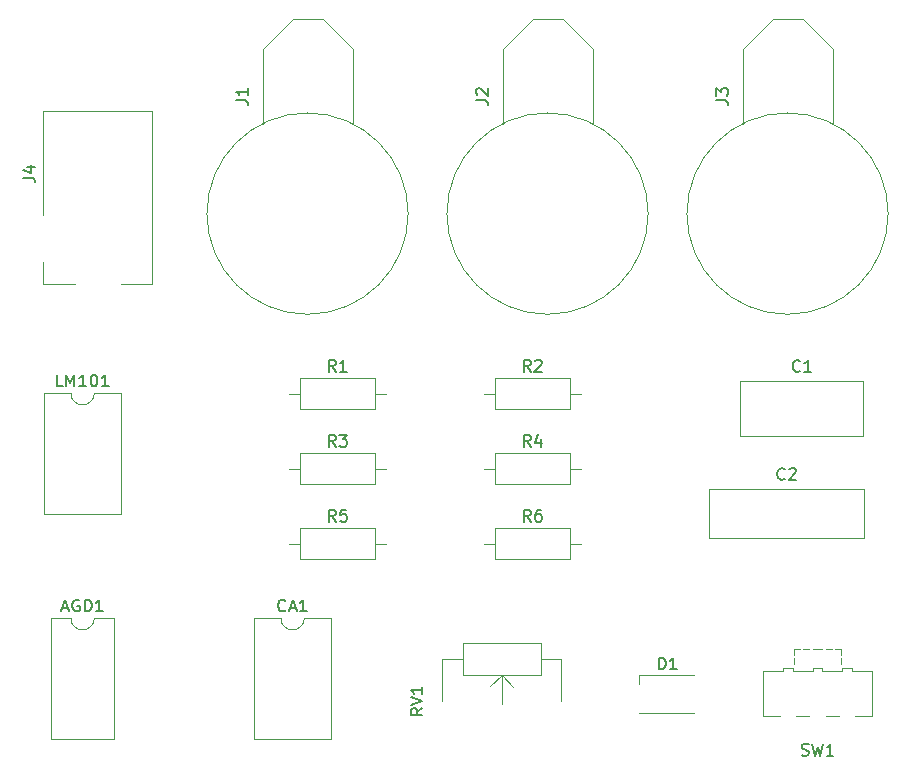
<source format=gbr>
G04 #@! TF.FileFunction,Legend,Top*
%FSLAX46Y46*%
G04 Gerber Fmt 4.6, Leading zero omitted, Abs format (unit mm)*
G04 Created by KiCad (PCBNEW 4.0.7) date 01/14/20 09:17:38*
%MOMM*%
%LPD*%
G01*
G04 APERTURE LIST*
%ADD10C,0.100000*%
%ADD11C,0.120000*%
%ADD12C,0.150000*%
G04 APERTURE END LIST*
D10*
D11*
X126730000Y-111700000D02*
G75*
G02X124730000Y-111700000I-1000000J0D01*
G01*
X124730000Y-111700000D02*
X123080000Y-111700000D01*
X123080000Y-111700000D02*
X123080000Y-121980000D01*
X123080000Y-121980000D02*
X128380000Y-121980000D01*
X128380000Y-121980000D02*
X128380000Y-111700000D01*
X128380000Y-111700000D02*
X126730000Y-111700000D01*
X181420000Y-91670000D02*
X191840000Y-91670000D01*
X181420000Y-96290000D02*
X191840000Y-96290000D01*
X181420000Y-91670000D02*
X181420000Y-96290000D01*
X191840000Y-91670000D02*
X191840000Y-96290000D01*
X178780000Y-100810000D02*
X191900000Y-100810000D01*
X178780000Y-104930000D02*
X191900000Y-104930000D01*
X178780000Y-100810000D02*
X178780000Y-104930000D01*
X191900000Y-100810000D02*
X191900000Y-104930000D01*
X144510000Y-111700000D02*
G75*
G02X142510000Y-111700000I-1000000J0D01*
G01*
X142510000Y-111700000D02*
X140275000Y-111700000D01*
X140275000Y-111700000D02*
X140275000Y-121980000D01*
X140275000Y-121980000D02*
X146745000Y-121980000D01*
X146745000Y-121980000D02*
X146745000Y-111700000D01*
X146745000Y-111700000D02*
X144510000Y-111700000D01*
X177510000Y-119710000D02*
X172860000Y-119710000D01*
X177510000Y-116510000D02*
X172860000Y-116510000D01*
X172860000Y-116510000D02*
X172860000Y-117310000D01*
X148590000Y-69850000D02*
X148590000Y-63500000D01*
X148590000Y-63500000D02*
X146050000Y-60960000D01*
X146050000Y-60960000D02*
X143510000Y-60960000D01*
X143510000Y-60960000D02*
X140970000Y-63500000D01*
X140970000Y-63500000D02*
X140970000Y-69850000D01*
X153299419Y-77470000D02*
G75*
G03X153299419Y-77470000I-8519419J0D01*
G01*
X168910000Y-69850000D02*
X168910000Y-63500000D01*
X168910000Y-63500000D02*
X166370000Y-60960000D01*
X166370000Y-60960000D02*
X163830000Y-60960000D01*
X163830000Y-60960000D02*
X161290000Y-63500000D01*
X161290000Y-63500000D02*
X161290000Y-69850000D01*
X173619419Y-77470000D02*
G75*
G03X173619419Y-77470000I-8519419J0D01*
G01*
X189230000Y-69850000D02*
X189230000Y-63500000D01*
X189230000Y-63500000D02*
X186690000Y-60960000D01*
X186690000Y-60960000D02*
X184150000Y-60960000D01*
X184150000Y-60960000D02*
X181610000Y-63500000D01*
X181610000Y-63500000D02*
X181610000Y-69850000D01*
X193939419Y-77470000D02*
G75*
G03X193939419Y-77470000I-8519419J0D01*
G01*
X122400000Y-77550000D02*
X122400000Y-68750000D01*
X122400000Y-68750000D02*
X131600000Y-68750000D01*
X125100000Y-83450000D02*
X122400000Y-83450000D01*
X122400000Y-83450000D02*
X122400000Y-81550000D01*
X131600000Y-68750000D02*
X131600000Y-83450000D01*
X131600000Y-83450000D02*
X129000000Y-83450000D01*
X126730000Y-92650000D02*
G75*
G02X124730000Y-92650000I-1000000J0D01*
G01*
X124730000Y-92650000D02*
X122495000Y-92650000D01*
X122495000Y-92650000D02*
X122495000Y-102930000D01*
X122495000Y-102930000D02*
X128965000Y-102930000D01*
X128965000Y-102930000D02*
X128965000Y-92650000D01*
X128965000Y-92650000D02*
X126730000Y-92650000D01*
X144110000Y-91400000D02*
X144110000Y-94020000D01*
X144110000Y-94020000D02*
X150530000Y-94020000D01*
X150530000Y-94020000D02*
X150530000Y-91400000D01*
X150530000Y-91400000D02*
X144110000Y-91400000D01*
X143220000Y-92710000D02*
X144110000Y-92710000D01*
X151420000Y-92710000D02*
X150530000Y-92710000D01*
X160620000Y-91400000D02*
X160620000Y-94020000D01*
X160620000Y-94020000D02*
X167040000Y-94020000D01*
X167040000Y-94020000D02*
X167040000Y-91400000D01*
X167040000Y-91400000D02*
X160620000Y-91400000D01*
X159730000Y-92710000D02*
X160620000Y-92710000D01*
X167930000Y-92710000D02*
X167040000Y-92710000D01*
X144110000Y-97750000D02*
X144110000Y-100370000D01*
X144110000Y-100370000D02*
X150530000Y-100370000D01*
X150530000Y-100370000D02*
X150530000Y-97750000D01*
X150530000Y-97750000D02*
X144110000Y-97750000D01*
X143220000Y-99060000D02*
X144110000Y-99060000D01*
X151420000Y-99060000D02*
X150530000Y-99060000D01*
X160620000Y-97750000D02*
X160620000Y-100370000D01*
X160620000Y-100370000D02*
X167040000Y-100370000D01*
X167040000Y-100370000D02*
X167040000Y-97750000D01*
X167040000Y-97750000D02*
X160620000Y-97750000D01*
X159730000Y-99060000D02*
X160620000Y-99060000D01*
X167930000Y-99060000D02*
X167040000Y-99060000D01*
X144110000Y-104100000D02*
X144110000Y-106720000D01*
X144110000Y-106720000D02*
X150530000Y-106720000D01*
X150530000Y-106720000D02*
X150530000Y-104100000D01*
X150530000Y-104100000D02*
X144110000Y-104100000D01*
X143220000Y-105410000D02*
X144110000Y-105410000D01*
X151420000Y-105410000D02*
X150530000Y-105410000D01*
X160620000Y-104100000D02*
X160620000Y-106720000D01*
X160620000Y-106720000D02*
X167040000Y-106720000D01*
X167040000Y-106720000D02*
X167040000Y-104100000D01*
X167040000Y-104100000D02*
X160620000Y-104100000D01*
X159730000Y-105410000D02*
X160620000Y-105410000D01*
X167930000Y-105410000D02*
X167040000Y-105410000D01*
X161210000Y-116600000D02*
X161210000Y-118950000D01*
X166260000Y-115150000D02*
X166260000Y-118700000D01*
X164510000Y-115150000D02*
X166260000Y-115150000D01*
X157910000Y-115150000D02*
X156160000Y-115150000D01*
X156160000Y-115150000D02*
X156160000Y-118750000D01*
X161210000Y-116550000D02*
X162160000Y-117550000D01*
X161260000Y-116550000D02*
X160260000Y-117500000D01*
X157910000Y-116550000D02*
X157910000Y-113850000D01*
X157910000Y-113850000D02*
X164510000Y-113850000D01*
X164510000Y-113850000D02*
X164510000Y-116550000D01*
X164510000Y-116550000D02*
X157910000Y-116550000D01*
X184760000Y-120010000D02*
X183360000Y-120010000D01*
X183360000Y-120010000D02*
X183360000Y-116210000D01*
X192560000Y-116210000D02*
X192560000Y-120010000D01*
X192560000Y-120010000D02*
X191160000Y-120010000D01*
X186160000Y-120010000D02*
X187260000Y-120010000D01*
X187260000Y-120010000D02*
X187260000Y-120010000D01*
X188660000Y-120010000D02*
X189760000Y-120010000D01*
X189760000Y-120010000D02*
X189760000Y-120010000D01*
X183360000Y-116210000D02*
X185060000Y-116210000D01*
X185060000Y-116210000D02*
X185060000Y-115910000D01*
X185060000Y-115910000D02*
X185860000Y-115910000D01*
X185860000Y-115910000D02*
X185860000Y-116210000D01*
X185860000Y-116210000D02*
X187560000Y-116210000D01*
X187560000Y-116210000D02*
X187560000Y-115910000D01*
X187560000Y-115910000D02*
X188360000Y-115910000D01*
X188360000Y-115910000D02*
X188360000Y-116210000D01*
X188360000Y-116210000D02*
X190060000Y-116210000D01*
X190060000Y-116210000D02*
X190060000Y-115910000D01*
X190060000Y-115910000D02*
X190860000Y-115910000D01*
X190860000Y-115910000D02*
X190860000Y-116210000D01*
X190860000Y-116210000D02*
X192560000Y-116210000D01*
X192560000Y-116210000D02*
X192560000Y-116210000D01*
X189960000Y-114310000D02*
X189960000Y-114810000D01*
X189960000Y-114810000D02*
X189960000Y-114810000D01*
X189960000Y-114310000D02*
X189460000Y-114310000D01*
X189460000Y-114310000D02*
X189460000Y-114310000D01*
X185960000Y-114310000D02*
X186460000Y-114310000D01*
X186460000Y-114310000D02*
X186460000Y-114310000D01*
X185960000Y-114310000D02*
X185960000Y-114810000D01*
X185960000Y-114810000D02*
X185960000Y-114810000D01*
X185960000Y-115110000D02*
X185960000Y-115610000D01*
X185960000Y-115610000D02*
X185960000Y-115610000D01*
X189960000Y-115110000D02*
X189960000Y-115610000D01*
X189960000Y-115610000D02*
X189960000Y-115610000D01*
X189160000Y-114310000D02*
X188660000Y-114310000D01*
X188660000Y-114310000D02*
X188660000Y-114310000D01*
X186760000Y-114310000D02*
X187260000Y-114310000D01*
X187260000Y-114310000D02*
X187260000Y-114310000D01*
X187560000Y-114310000D02*
X188360000Y-114310000D01*
X188360000Y-114310000D02*
X188360000Y-114310000D01*
D12*
X124015714Y-110866667D02*
X124491905Y-110866667D01*
X123920476Y-111152381D02*
X124253809Y-110152381D01*
X124587143Y-111152381D01*
X125444286Y-110200000D02*
X125349048Y-110152381D01*
X125206191Y-110152381D01*
X125063333Y-110200000D01*
X124968095Y-110295238D01*
X124920476Y-110390476D01*
X124872857Y-110580952D01*
X124872857Y-110723810D01*
X124920476Y-110914286D01*
X124968095Y-111009524D01*
X125063333Y-111104762D01*
X125206191Y-111152381D01*
X125301429Y-111152381D01*
X125444286Y-111104762D01*
X125491905Y-111057143D01*
X125491905Y-110723810D01*
X125301429Y-110723810D01*
X125920476Y-111152381D02*
X125920476Y-110152381D01*
X126158571Y-110152381D01*
X126301429Y-110200000D01*
X126396667Y-110295238D01*
X126444286Y-110390476D01*
X126491905Y-110580952D01*
X126491905Y-110723810D01*
X126444286Y-110914286D01*
X126396667Y-111009524D01*
X126301429Y-111104762D01*
X126158571Y-111152381D01*
X125920476Y-111152381D01*
X127444286Y-111152381D02*
X126872857Y-111152381D01*
X127158571Y-111152381D02*
X127158571Y-110152381D01*
X127063333Y-110295238D01*
X126968095Y-110390476D01*
X126872857Y-110438095D01*
X186463334Y-90777143D02*
X186415715Y-90824762D01*
X186272858Y-90872381D01*
X186177620Y-90872381D01*
X186034762Y-90824762D01*
X185939524Y-90729524D01*
X185891905Y-90634286D01*
X185844286Y-90443810D01*
X185844286Y-90300952D01*
X185891905Y-90110476D01*
X185939524Y-90015238D01*
X186034762Y-89920000D01*
X186177620Y-89872381D01*
X186272858Y-89872381D01*
X186415715Y-89920000D01*
X186463334Y-89967619D01*
X187415715Y-90872381D02*
X186844286Y-90872381D01*
X187130000Y-90872381D02*
X187130000Y-89872381D01*
X187034762Y-90015238D01*
X186939524Y-90110476D01*
X186844286Y-90158095D01*
X185173334Y-99917143D02*
X185125715Y-99964762D01*
X184982858Y-100012381D01*
X184887620Y-100012381D01*
X184744762Y-99964762D01*
X184649524Y-99869524D01*
X184601905Y-99774286D01*
X184554286Y-99583810D01*
X184554286Y-99440952D01*
X184601905Y-99250476D01*
X184649524Y-99155238D01*
X184744762Y-99060000D01*
X184887620Y-99012381D01*
X184982858Y-99012381D01*
X185125715Y-99060000D01*
X185173334Y-99107619D01*
X185554286Y-99107619D02*
X185601905Y-99060000D01*
X185697143Y-99012381D01*
X185935239Y-99012381D01*
X186030477Y-99060000D01*
X186078096Y-99107619D01*
X186125715Y-99202857D01*
X186125715Y-99298095D01*
X186078096Y-99440952D01*
X185506667Y-100012381D01*
X186125715Y-100012381D01*
X142914762Y-111057143D02*
X142867143Y-111104762D01*
X142724286Y-111152381D01*
X142629048Y-111152381D01*
X142486190Y-111104762D01*
X142390952Y-111009524D01*
X142343333Y-110914286D01*
X142295714Y-110723810D01*
X142295714Y-110580952D01*
X142343333Y-110390476D01*
X142390952Y-110295238D01*
X142486190Y-110200000D01*
X142629048Y-110152381D01*
X142724286Y-110152381D01*
X142867143Y-110200000D01*
X142914762Y-110247619D01*
X143295714Y-110866667D02*
X143771905Y-110866667D01*
X143200476Y-111152381D02*
X143533809Y-110152381D01*
X143867143Y-111152381D01*
X144724286Y-111152381D02*
X144152857Y-111152381D01*
X144438571Y-111152381D02*
X144438571Y-110152381D01*
X144343333Y-110295238D01*
X144248095Y-110390476D01*
X144152857Y-110438095D01*
X174521905Y-116062381D02*
X174521905Y-115062381D01*
X174760000Y-115062381D01*
X174902858Y-115110000D01*
X174998096Y-115205238D01*
X175045715Y-115300476D01*
X175093334Y-115490952D01*
X175093334Y-115633810D01*
X175045715Y-115824286D01*
X174998096Y-115919524D01*
X174902858Y-116014762D01*
X174760000Y-116062381D01*
X174521905Y-116062381D01*
X176045715Y-116062381D02*
X175474286Y-116062381D01*
X175760000Y-116062381D02*
X175760000Y-115062381D01*
X175664762Y-115205238D01*
X175569524Y-115300476D01*
X175474286Y-115348095D01*
X138732381Y-67853333D02*
X139446667Y-67853333D01*
X139589524Y-67900953D01*
X139684762Y-67996191D01*
X139732381Y-68139048D01*
X139732381Y-68234286D01*
X139732381Y-66853333D02*
X139732381Y-67424762D01*
X139732381Y-67139048D02*
X138732381Y-67139048D01*
X138875238Y-67234286D01*
X138970476Y-67329524D01*
X139018095Y-67424762D01*
X159052381Y-67853333D02*
X159766667Y-67853333D01*
X159909524Y-67900953D01*
X160004762Y-67996191D01*
X160052381Y-68139048D01*
X160052381Y-68234286D01*
X159147619Y-67424762D02*
X159100000Y-67377143D01*
X159052381Y-67281905D01*
X159052381Y-67043809D01*
X159100000Y-66948571D01*
X159147619Y-66900952D01*
X159242857Y-66853333D01*
X159338095Y-66853333D01*
X159480952Y-66900952D01*
X160052381Y-67472381D01*
X160052381Y-66853333D01*
X179372381Y-67853333D02*
X180086667Y-67853333D01*
X180229524Y-67900953D01*
X180324762Y-67996191D01*
X180372381Y-68139048D01*
X180372381Y-68234286D01*
X179372381Y-67472381D02*
X179372381Y-66853333D01*
X179753333Y-67186667D01*
X179753333Y-67043809D01*
X179800952Y-66948571D01*
X179848571Y-66900952D01*
X179943810Y-66853333D01*
X180181905Y-66853333D01*
X180277143Y-66900952D01*
X180324762Y-66948571D01*
X180372381Y-67043809D01*
X180372381Y-67329524D01*
X180324762Y-67424762D01*
X180277143Y-67472381D01*
X120702381Y-74433333D02*
X121416667Y-74433333D01*
X121559524Y-74480953D01*
X121654762Y-74576191D01*
X121702381Y-74719048D01*
X121702381Y-74814286D01*
X121035714Y-73528571D02*
X121702381Y-73528571D01*
X120654762Y-73766667D02*
X121369048Y-74004762D01*
X121369048Y-73385714D01*
X124039524Y-92102381D02*
X123563333Y-92102381D01*
X123563333Y-91102381D01*
X124372857Y-92102381D02*
X124372857Y-91102381D01*
X124706191Y-91816667D01*
X125039524Y-91102381D01*
X125039524Y-92102381D01*
X126039524Y-92102381D02*
X125468095Y-92102381D01*
X125753809Y-92102381D02*
X125753809Y-91102381D01*
X125658571Y-91245238D01*
X125563333Y-91340476D01*
X125468095Y-91388095D01*
X126658571Y-91102381D02*
X126753810Y-91102381D01*
X126849048Y-91150000D01*
X126896667Y-91197619D01*
X126944286Y-91292857D01*
X126991905Y-91483333D01*
X126991905Y-91721429D01*
X126944286Y-91911905D01*
X126896667Y-92007143D01*
X126849048Y-92054762D01*
X126753810Y-92102381D01*
X126658571Y-92102381D01*
X126563333Y-92054762D01*
X126515714Y-92007143D01*
X126468095Y-91911905D01*
X126420476Y-91721429D01*
X126420476Y-91483333D01*
X126468095Y-91292857D01*
X126515714Y-91197619D01*
X126563333Y-91150000D01*
X126658571Y-91102381D01*
X127944286Y-92102381D02*
X127372857Y-92102381D01*
X127658571Y-92102381D02*
X127658571Y-91102381D01*
X127563333Y-91245238D01*
X127468095Y-91340476D01*
X127372857Y-91388095D01*
X147153334Y-90852381D02*
X146820000Y-90376190D01*
X146581905Y-90852381D02*
X146581905Y-89852381D01*
X146962858Y-89852381D01*
X147058096Y-89900000D01*
X147105715Y-89947619D01*
X147153334Y-90042857D01*
X147153334Y-90185714D01*
X147105715Y-90280952D01*
X147058096Y-90328571D01*
X146962858Y-90376190D01*
X146581905Y-90376190D01*
X148105715Y-90852381D02*
X147534286Y-90852381D01*
X147820000Y-90852381D02*
X147820000Y-89852381D01*
X147724762Y-89995238D01*
X147629524Y-90090476D01*
X147534286Y-90138095D01*
X163663334Y-90852381D02*
X163330000Y-90376190D01*
X163091905Y-90852381D02*
X163091905Y-89852381D01*
X163472858Y-89852381D01*
X163568096Y-89900000D01*
X163615715Y-89947619D01*
X163663334Y-90042857D01*
X163663334Y-90185714D01*
X163615715Y-90280952D01*
X163568096Y-90328571D01*
X163472858Y-90376190D01*
X163091905Y-90376190D01*
X164044286Y-89947619D02*
X164091905Y-89900000D01*
X164187143Y-89852381D01*
X164425239Y-89852381D01*
X164520477Y-89900000D01*
X164568096Y-89947619D01*
X164615715Y-90042857D01*
X164615715Y-90138095D01*
X164568096Y-90280952D01*
X163996667Y-90852381D01*
X164615715Y-90852381D01*
X147153334Y-97202381D02*
X146820000Y-96726190D01*
X146581905Y-97202381D02*
X146581905Y-96202381D01*
X146962858Y-96202381D01*
X147058096Y-96250000D01*
X147105715Y-96297619D01*
X147153334Y-96392857D01*
X147153334Y-96535714D01*
X147105715Y-96630952D01*
X147058096Y-96678571D01*
X146962858Y-96726190D01*
X146581905Y-96726190D01*
X147486667Y-96202381D02*
X148105715Y-96202381D01*
X147772381Y-96583333D01*
X147915239Y-96583333D01*
X148010477Y-96630952D01*
X148058096Y-96678571D01*
X148105715Y-96773810D01*
X148105715Y-97011905D01*
X148058096Y-97107143D01*
X148010477Y-97154762D01*
X147915239Y-97202381D01*
X147629524Y-97202381D01*
X147534286Y-97154762D01*
X147486667Y-97107143D01*
X163663334Y-97202381D02*
X163330000Y-96726190D01*
X163091905Y-97202381D02*
X163091905Y-96202381D01*
X163472858Y-96202381D01*
X163568096Y-96250000D01*
X163615715Y-96297619D01*
X163663334Y-96392857D01*
X163663334Y-96535714D01*
X163615715Y-96630952D01*
X163568096Y-96678571D01*
X163472858Y-96726190D01*
X163091905Y-96726190D01*
X164520477Y-96535714D02*
X164520477Y-97202381D01*
X164282381Y-96154762D02*
X164044286Y-96869048D01*
X164663334Y-96869048D01*
X147153334Y-103552381D02*
X146820000Y-103076190D01*
X146581905Y-103552381D02*
X146581905Y-102552381D01*
X146962858Y-102552381D01*
X147058096Y-102600000D01*
X147105715Y-102647619D01*
X147153334Y-102742857D01*
X147153334Y-102885714D01*
X147105715Y-102980952D01*
X147058096Y-103028571D01*
X146962858Y-103076190D01*
X146581905Y-103076190D01*
X148058096Y-102552381D02*
X147581905Y-102552381D01*
X147534286Y-103028571D01*
X147581905Y-102980952D01*
X147677143Y-102933333D01*
X147915239Y-102933333D01*
X148010477Y-102980952D01*
X148058096Y-103028571D01*
X148105715Y-103123810D01*
X148105715Y-103361905D01*
X148058096Y-103457143D01*
X148010477Y-103504762D01*
X147915239Y-103552381D01*
X147677143Y-103552381D01*
X147581905Y-103504762D01*
X147534286Y-103457143D01*
X163663334Y-103552381D02*
X163330000Y-103076190D01*
X163091905Y-103552381D02*
X163091905Y-102552381D01*
X163472858Y-102552381D01*
X163568096Y-102600000D01*
X163615715Y-102647619D01*
X163663334Y-102742857D01*
X163663334Y-102885714D01*
X163615715Y-102980952D01*
X163568096Y-103028571D01*
X163472858Y-103076190D01*
X163091905Y-103076190D01*
X164520477Y-102552381D02*
X164330000Y-102552381D01*
X164234762Y-102600000D01*
X164187143Y-102647619D01*
X164091905Y-102790476D01*
X164044286Y-102980952D01*
X164044286Y-103361905D01*
X164091905Y-103457143D01*
X164139524Y-103504762D01*
X164234762Y-103552381D01*
X164425239Y-103552381D01*
X164520477Y-103504762D01*
X164568096Y-103457143D01*
X164615715Y-103361905D01*
X164615715Y-103123810D01*
X164568096Y-103028571D01*
X164520477Y-102980952D01*
X164425239Y-102933333D01*
X164234762Y-102933333D01*
X164139524Y-102980952D01*
X164091905Y-103028571D01*
X164044286Y-103123810D01*
X154512381Y-119345238D02*
X154036190Y-119678572D01*
X154512381Y-119916667D02*
X153512381Y-119916667D01*
X153512381Y-119535714D01*
X153560000Y-119440476D01*
X153607619Y-119392857D01*
X153702857Y-119345238D01*
X153845714Y-119345238D01*
X153940952Y-119392857D01*
X153988571Y-119440476D01*
X154036190Y-119535714D01*
X154036190Y-119916667D01*
X153512381Y-119059524D02*
X154512381Y-118726191D01*
X153512381Y-118392857D01*
X154512381Y-117535714D02*
X154512381Y-118107143D01*
X154512381Y-117821429D02*
X153512381Y-117821429D01*
X153655238Y-117916667D01*
X153750476Y-118011905D01*
X153798095Y-118107143D01*
X186626667Y-123314762D02*
X186769524Y-123362381D01*
X187007620Y-123362381D01*
X187102858Y-123314762D01*
X187150477Y-123267143D01*
X187198096Y-123171905D01*
X187198096Y-123076667D01*
X187150477Y-122981429D01*
X187102858Y-122933810D01*
X187007620Y-122886190D01*
X186817143Y-122838571D01*
X186721905Y-122790952D01*
X186674286Y-122743333D01*
X186626667Y-122648095D01*
X186626667Y-122552857D01*
X186674286Y-122457619D01*
X186721905Y-122410000D01*
X186817143Y-122362381D01*
X187055239Y-122362381D01*
X187198096Y-122410000D01*
X187531429Y-122362381D02*
X187769524Y-123362381D01*
X187960001Y-122648095D01*
X188150477Y-123362381D01*
X188388572Y-122362381D01*
X189293334Y-123362381D02*
X188721905Y-123362381D01*
X189007619Y-123362381D02*
X189007619Y-122362381D01*
X188912381Y-122505238D01*
X188817143Y-122600476D01*
X188721905Y-122648095D01*
M02*

</source>
